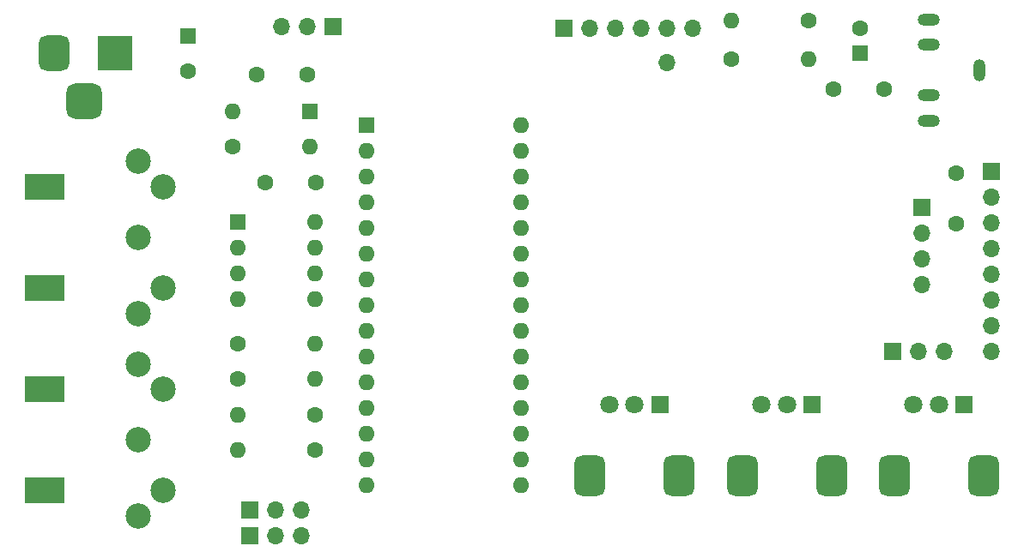
<source format=gbr>
%TF.GenerationSoftware,KiCad,Pcbnew,(6.0.5)*%
%TF.CreationDate,2023-10-19T13:29:11+01:00*%
%TF.ProjectId,NanoAudioiExperimentShield,4e616e6f-4175-4646-996f-694578706572,rev?*%
%TF.SameCoordinates,Original*%
%TF.FileFunction,Soldermask,Top*%
%TF.FilePolarity,Negative*%
%FSLAX46Y46*%
G04 Gerber Fmt 4.6, Leading zero omitted, Abs format (unit mm)*
G04 Created by KiCad (PCBNEW (6.0.5)) date 2023-10-19 13:29:11*
%MOMM*%
%LPD*%
G01*
G04 APERTURE LIST*
G04 Aperture macros list*
%AMRoundRect*
0 Rectangle with rounded corners*
0 $1 Rounding radius*
0 $2 $3 $4 $5 $6 $7 $8 $9 X,Y pos of 4 corners*
0 Add a 4 corners polygon primitive as box body*
4,1,4,$2,$3,$4,$5,$6,$7,$8,$9,$2,$3,0*
0 Add four circle primitives for the rounded corners*
1,1,$1+$1,$2,$3*
1,1,$1+$1,$4,$5*
1,1,$1+$1,$6,$7*
1,1,$1+$1,$8,$9*
0 Add four rect primitives between the rounded corners*
20,1,$1+$1,$2,$3,$4,$5,0*
20,1,$1+$1,$4,$5,$6,$7,0*
20,1,$1+$1,$6,$7,$8,$9,0*
20,1,$1+$1,$8,$9,$2,$3,0*%
G04 Aperture macros list end*
%ADD10R,1.600000X1.600000*%
%ADD11O,1.600000X1.600000*%
%ADD12R,4.000000X2.500000*%
%ADD13C,2.499360*%
%ADD14R,1.700000X1.700000*%
%ADD15O,1.700000X1.700000*%
%ADD16C,1.600000*%
%ADD17R,1.800000X1.800000*%
%ADD18C,1.800000*%
%ADD19RoundRect,0.750000X-0.750000X1.250000X-0.750000X-1.250000X0.750000X-1.250000X0.750000X1.250000X0*%
%ADD20R,3.500000X3.500000*%
%ADD21RoundRect,0.750000X-0.750000X-1.000000X0.750000X-1.000000X0.750000X1.000000X-0.750000X1.000000X0*%
%ADD22RoundRect,0.875000X-0.875000X-0.875000X0.875000X-0.875000X0.875000X0.875000X-0.875000X0.875000X0*%
%ADD23O,2.200000X1.200000*%
%ADD24O,1.200000X2.200000*%
G04 APERTURE END LIST*
D10*
%TO.C,U1*%
X72370000Y-72000000D03*
D11*
X72370000Y-74540000D03*
X72370000Y-77080000D03*
X72370000Y-79620000D03*
X79990000Y-79620000D03*
X79990000Y-77080000D03*
X79990000Y-74540000D03*
X79990000Y-72000000D03*
%TD*%
D12*
%TO.C,OUT1*%
X53302300Y-88498740D03*
X53302300Y-98501260D03*
D13*
X62497200Y-100998080D03*
X62499740Y-93500000D03*
X62497200Y-86001920D03*
X64999100Y-98496180D03*
X64999100Y-88503820D03*
%TD*%
D14*
%TO.C,J7*%
X146680000Y-66970000D03*
D15*
X146680000Y-69510000D03*
X146680000Y-72050000D03*
X146680000Y-74590000D03*
X146680000Y-77130000D03*
X146680000Y-79670000D03*
X146680000Y-82210000D03*
X146680000Y-84750000D03*
%TD*%
D14*
%TO.C,J1*%
X73500000Y-103000000D03*
D15*
X76040000Y-103000000D03*
X78580000Y-103000000D03*
%TD*%
D16*
%TO.C,R7*%
X121030000Y-55870000D03*
D11*
X128650000Y-55870000D03*
%TD*%
D16*
%TO.C,R1*%
X80000000Y-94500000D03*
D11*
X72380000Y-94500000D03*
%TD*%
D16*
%TO.C,C6*%
X143190000Y-72130000D03*
X143190000Y-67130000D03*
%TD*%
%TO.C,R3*%
X71840000Y-64550000D03*
D11*
X79460000Y-64550000D03*
%TD*%
D10*
%TO.C,C3*%
X133710000Y-55310000D03*
D16*
X133710000Y-52810000D03*
%TD*%
%TO.C,C5*%
X74240000Y-57430000D03*
X79240000Y-57430000D03*
%TD*%
D17*
%TO.C,RV1*%
X114000000Y-90000000D03*
D18*
X111500000Y-90000000D03*
X109000000Y-90000000D03*
D19*
X115900000Y-97000000D03*
X107100000Y-97000000D03*
%TD*%
D10*
%TO.C,C4*%
X67470000Y-53567349D03*
D16*
X67470000Y-57067349D03*
%TD*%
D12*
%TO.C,IN1*%
X53302300Y-68498740D03*
X53302300Y-78501260D03*
D13*
X62497200Y-80998080D03*
X62499740Y-73500000D03*
X62497200Y-66001920D03*
X64999100Y-78496180D03*
X64999100Y-68503820D03*
%TD*%
D17*
%TO.C,RV2*%
X129000000Y-90000000D03*
D18*
X126500000Y-90000000D03*
X124000000Y-90000000D03*
D19*
X122100000Y-97000000D03*
X130900000Y-97000000D03*
%TD*%
D14*
%TO.C,J3*%
X81735000Y-52670000D03*
D15*
X79195000Y-52670000D03*
X76655000Y-52670000D03*
%TD*%
D16*
%TO.C,R6*%
X128650000Y-52120000D03*
D11*
X121030000Y-52120000D03*
%TD*%
D17*
%TO.C,RV3*%
X144000000Y-90000000D03*
D18*
X141500000Y-90000000D03*
X139000000Y-90000000D03*
D19*
X137100000Y-97000000D03*
X145900000Y-97000000D03*
%TD*%
D20*
%TO.C,J4*%
X60200000Y-55302500D03*
D21*
X54200000Y-55302500D03*
D22*
X57200000Y-60002500D03*
%TD*%
D16*
%TO.C,R2*%
X80000000Y-91000000D03*
D11*
X72380000Y-91000000D03*
%TD*%
D14*
%TO.C,J8*%
X104530000Y-52870000D03*
D15*
X107070000Y-52870000D03*
X109610000Y-52870000D03*
X112150000Y-52870000D03*
X114690000Y-52870000D03*
X117230000Y-52870000D03*
%TD*%
D14*
%TO.C,J6*%
X136915000Y-84770000D03*
D15*
X139455000Y-84770000D03*
X141995000Y-84770000D03*
%TD*%
D10*
%TO.C,D1*%
X79470000Y-61050000D03*
D11*
X71850000Y-61050000D03*
%TD*%
D14*
%TO.C,A2*%
X139800000Y-70540000D03*
D15*
X139800000Y-73080000D03*
X139800000Y-75620000D03*
X139800000Y-78160000D03*
%TD*%
D14*
%TO.C,J2*%
X73500000Y-100460000D03*
D15*
X76040000Y-100460000D03*
X78580000Y-100460000D03*
%TD*%
D16*
%TO.C,C2*%
X131070000Y-58840000D03*
X136070000Y-58840000D03*
%TD*%
%TO.C,C1*%
X80030000Y-68070000D03*
X75030000Y-68070000D03*
%TD*%
%TO.C,R4*%
X72370000Y-87500000D03*
D11*
X79990000Y-87500000D03*
%TD*%
D10*
%TO.C,A1*%
X85030000Y-62440000D03*
D11*
X85030000Y-64980000D03*
X85030000Y-67520000D03*
X85030000Y-70060000D03*
X85030000Y-72600000D03*
X85030000Y-75140000D03*
X85030000Y-77680000D03*
X85030000Y-80220000D03*
X85030000Y-82760000D03*
X85030000Y-85300000D03*
X85030000Y-87840000D03*
X85030000Y-90380000D03*
X85030000Y-92920000D03*
X85030000Y-95460000D03*
X85030000Y-98000000D03*
X100270000Y-98000000D03*
X100270000Y-95460000D03*
X100270000Y-92920000D03*
X100270000Y-90380000D03*
X100270000Y-87840000D03*
X100270000Y-85300000D03*
X100270000Y-82760000D03*
X100270000Y-80220000D03*
X100270000Y-77680000D03*
X100270000Y-75140000D03*
X100270000Y-72600000D03*
X100270000Y-70060000D03*
X100270000Y-67520000D03*
X100270000Y-64980000D03*
X100270000Y-62440000D03*
%TD*%
D23*
%TO.C,J5*%
X140500000Y-61980000D03*
X140500000Y-59480000D03*
D24*
X145500000Y-56980000D03*
D23*
X140500000Y-51980000D03*
X140500000Y-54480000D03*
%TD*%
D16*
%TO.C,R5*%
X72370000Y-84000000D03*
D11*
X79990000Y-84000000D03*
%TD*%
D15*
%TO.C,*%
X114690000Y-56200000D03*
%TD*%
M02*

</source>
